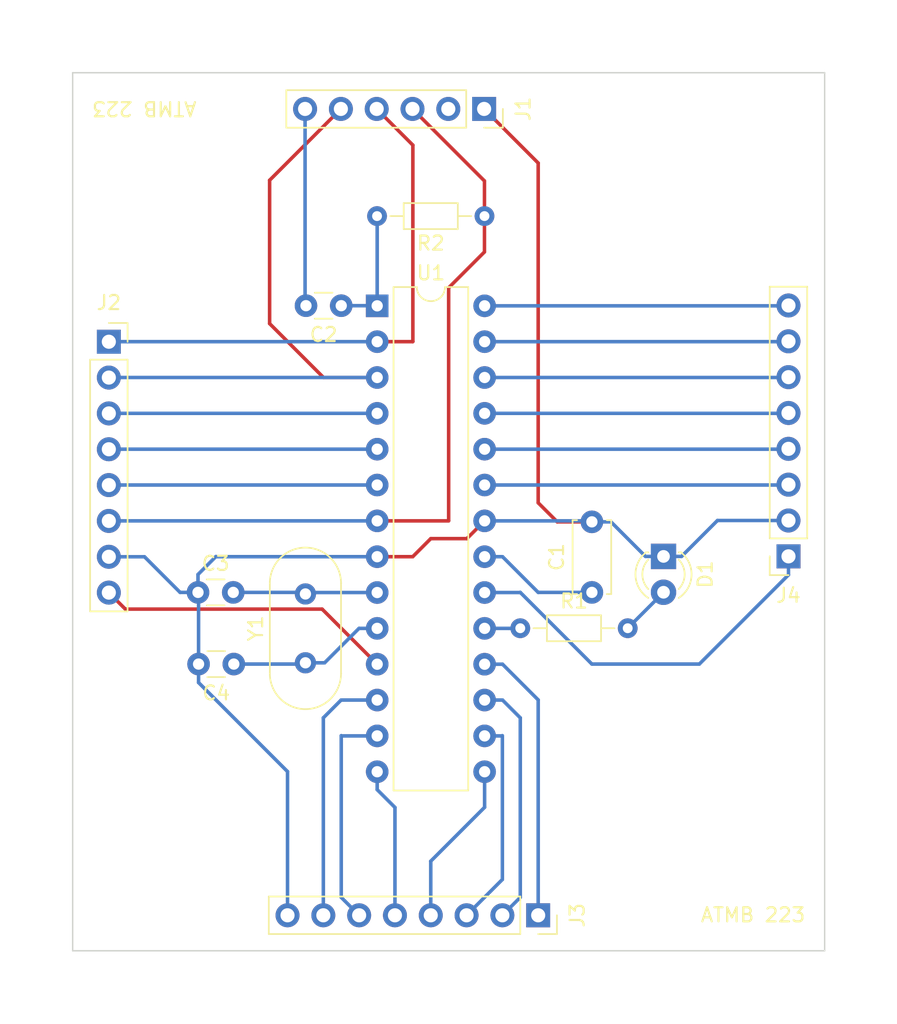
<source format=kicad_pcb>
(kicad_pcb (version 20211014) (generator pcbnew)
  (layers (0 "F.Cu" signal) (31 "B.Cu" signal) (34 "B.Paste" user) (35 "F.Paste" user) (36 "B.SilkS" user "B.Silkscreen") (37 "F.SilkS" user "F.Silkscreen") (38 "B.Mask" user) (39 "F.Mask" user) (44 "Edge.Cuts" user))
  (net 0 "")
  (net 1 "Net-(U1-Pad21)")
  (net 2 "Net-(U1-Pad22)")
  (net 3 "Net-(U1-Pad1)")
  (net 4 "Net-(C2-Pad2)")
  (net 5 "Net-(U1-Pad9)")
  (net 6 "Net-(U1-Pad10)")
  (net 7 "Net-(D1-Pad2)")
  (net 9 "Net-(U1-Pad2)")
  (net 10 "Net-(U1-Pad3)")
  (net 11 "Net-(U1-Pad4)")
  (net 12 "Net-(U1-Pad5)")
  (net 13 "Net-(U1-Pad6)")
  (net 14 "Net-(U1-Pad11)")
  (net 15 "Net-(U1-Pad18)")
  (net 16 "Net-(U1-Pad17)")
  (net 17 "Net-(U1-Pad16)")
  (net 18 "Net-(U1-Pad15)")
  (net 19 "Net-(U1-Pad14)")
  (net 20 "Net-(U1-Pad13)")
  (net 21 "Net-(U1-Pad12)")
  (net 22 "Net-(U1-Pad20)")
  (net 23 "Net-(U1-Pad23)")
  (net 24 "Net-(U1-Pad24)")
  (net 25 "Net-(U1-Pad25)")
  (net 26 "Net-(U1-Pad26)")
  (net 27 "Net-(U1-Pad27)")
  (net 28 "Net-(U1-Pad28)")
  (net 29 "Net-(U1-Pad19)")
  (net 30 "Net-(R2-Pad1)")
  (footprint "Connector_PinSocket_2.54mm:PinSocket_1x06_P2.54mm_Vertical" (layer "F.Cu") (at 199.365 80.035 -90)
    (fp_text reference "J1" (at 0 -2.77 90) (layer "F.SilkS"))
    (fp_text value "Conn_01x06_Female")
    (fp_line (start 1.33 1.27) (end 1.33 14.03) (layer "F.SilkS") (width 0.12))
    (fp_line (start 1.33 -1.33) (end 1.33 0) (layer "F.SilkS") (width 0.12))
    (fp_line (start 0 -1.33) (end 1.33 -1.33) (layer "F.SilkS") (width 0.12))
    (fp_line (start -1.33 1.27) (end 1.33 1.27) (layer "F.SilkS") (width 0.12))
    (fp_line (start -1.33 1.27) (end -1.33 14.03) (layer "F.SilkS") (width 0.12))
    (fp_line (start -1.33 14.03) (end 1.33 14.03) (layer "F.SilkS") (width 0.12))
    (pad "1" thru_hole rect locked (at 0 0 270) (size 1.7 1.7) (drill 1) (layers *.Cu *.Mask) (net 2 "Net-(U1-Pad22)"))
    (pad "2" thru_hole oval locked (at 0 2.54 270) (size 1.7 1.7) (drill 1) (layers *.Cu *.Mask))
    (pad "3" thru_hole oval locked (at 0 5.08 270) (size 1.7 1.7) (drill 1) (layers *.Cu *.Mask) (net 30 "Net-(R2-Pad1)"))
    (pad "4" thru_hole oval locked (at 0 7.62 270) (size 1.7 1.7) (drill 1) (layers *.Cu *.Mask) (net 9 "Net-(U1-Pad2)"))
    (pad "5" thru_hole oval locked (at 0 10.16 270) (size 1.7 1.7) (drill 1) (layers *.Cu *.Mask) (net 10 "Net-(U1-Pad3)"))
    (pad "6" thru_hole oval locked (at 0 12.7 270) (size 1.7 1.7) (drill 1) (layers *.Cu *.Mask) (net 4 "Net-(C2-Pad2)"))
  )
  (footprint "Resistor_THT:R_Axial_DIN0204_L3.6mm_D1.6mm_P7.62mm_Horizontal" (layer "F.Cu") (at 201.93 116.84)
    (fp_text reference "R1" (at 3.81 -1.92) (layer "F.SilkS"))
    (fp_text value "330")
    (fp_line (start 1.89 0.92) (end 5.73 0.92) (layer "F.SilkS") (width 0.12))
    (fp_line (start 5.73 -0.92) (end 1.89 -0.92) (layer "F.SilkS") (width 0.12))
    (fp_line (start 1.89 -0.92) (end 1.89 0.92) (layer "F.SilkS") (width 0.12))
    (fp_line (start 5.73 0.92) (end 5.73 -0.92) (layer "F.SilkS") (width 0.12))
    (fp_line (start 0.94 0) (end 1.89 0) (layer "F.SilkS") (width 0.12))
    (fp_line (start 6.68 0) (end 5.73 0) (layer "F.SilkS") (width 0.12))
    (pad "1" thru_hole circle locked (at 0 0) (size 1.4 1.4) (drill 0.7) (layers *.Cu *.Mask) (net 29 "Net-(U1-Pad19)"))
    (pad "2" thru_hole oval locked (at 7.62 0) (size 1.4 1.4) (drill 0.7) (layers *.Cu *.Mask) (net 7 "Net-(D1-Pad2)"))
  )
  (footprint "LED_THT:LED_D3.0mm" (layer "F.Cu") (at 212.09 111.75 -90)
    (fp_text reference "D1" (at 1.27 -2.96 -90) (layer "F.SilkS"))
    (fp_text value "LED")
    (fp_line (start -0.29 -1.236) (end -0.29 -1.08) (layer "F.SilkS") (width 0.12))
    (fp_line (start -0.29 1.08) (end -0.29 1.236) (layer "F.SilkS") (width 0.12))
    (fp_arc (start -0.29 -1.235516) (mid 1.366487 -1.987659) (end 2.942335 -1.078608) (layer "F.SilkS") (width 0.12))
    (fp_arc (start 2.31113 1.079837) (mid 1.270117 1.5) (end 0.229039 1.08) (layer "F.SilkS") (width 0.12))
    (fp_arc (start 0.229039 -1.08) (mid 1.270117 -1.5) (end 2.31113 -1.079837) (layer "F.SilkS") (width 0.12))
    (fp_arc (start 2.942335 1.078608) (mid 1.366487 1.987659) (end -0.29 1.235516) (layer "F.SilkS") (width 0.12))
    (pad "1" thru_hole rect locked (at 0 0 270) (size 1.8 1.8) (drill 0.9) (layers *.Cu *.Mask) (net 2 "Net-(U1-Pad22)"))
    (pad "2" thru_hole circle locked (at 2.54 0 270) (size 1.8 1.8) (drill 0.9) (layers *.Cu *.Mask) (net 7 "Net-(D1-Pad2)"))
  )
  (footprint "Connector_PinSocket_2.54mm:PinSocket_1x08_P2.54mm_Vertical" (layer "F.Cu") (at 203.2 137.185 -90)
    (fp_text reference "J3" (at 0 -2.77 90) (layer "F.SilkS"))
    (fp_text value "Conn_01x08_Female")
    (fp_line (start -1.33 1.27) (end 1.33 1.27) (layer "F.SilkS") (width 0.12))
    (fp_line (start 1.33 -1.33) (end 1.33 0) (layer "F.SilkS") (width 0.12))
    (fp_line (start 0 -1.33) (end 1.33 -1.33) (layer "F.SilkS") (width 0.12))
    (fp_line (start -1.33 1.27) (end -1.33 19.11) (layer "F.SilkS") (width 0.12))
    (fp_line (start -1.33 19.11) (end 1.33 19.11) (layer "F.SilkS") (width 0.12))
    (fp_line (start 1.33 1.27) (end 1.33 19.11) (layer "F.SilkS") (width 0.12))
    (pad "1" thru_hole rect locked (at 0 0 270) (size 1.7 1.7) (drill 1) (layers *.Cu *.Mask) (net 15 "Net-(U1-Pad18)"))
    (pad "2" thru_hole oval locked (at 0 2.54 270) (size 1.7 1.7) (drill 1) (layers *.Cu *.Mask) (net 16 "Net-(U1-Pad17)"))
    (pad "3" thru_hole oval locked (at 0 5.08 270) (size 1.7 1.7) (drill 1) (layers *.Cu *.Mask) (net 17 "Net-(U1-Pad16)"))
    (pad "4" thru_hole oval locked (at 0 7.62 270) (size 1.7 1.7) (drill 1) (layers *.Cu *.Mask) (net 18 "Net-(U1-Pad15)"))
    (pad "5" thru_hole oval locked (at 0 10.16 270) (size 1.7 1.7) (drill 1) (layers *.Cu *.Mask) (net 19 "Net-(U1-Pad14)"))
    (pad "6" thru_hole oval locked (at 0 12.7 270) (size 1.7 1.7) (drill 1) (layers *.Cu *.Mask) (net 20 "Net-(U1-Pad13)"))
    (pad "7" thru_hole oval locked (at 0 15.24 270) (size 1.7 1.7) (drill 1) (layers *.Cu *.Mask) (net 21 "Net-(U1-Pad12)"))
    (pad "8" thru_hole oval locked (at 0 17.78 270) (size 1.7 1.7) (drill 1) (layers *.Cu *.Mask) (net 2 "Net-(U1-Pad22)"))
  )
  (footprint "Connector_PinSocket_2.54mm:PinSocket_1x08_P2.54mm_Vertical" (layer "F.Cu") (at 220.955 111.745 180)
    (fp_text reference "J4" (at 0 -2.77) (layer "F.SilkS"))
    (fp_text value "Conn_01x08_Female")
    (fp_line (start -1.33 1.27) (end -1.33 19.11) (layer "F.SilkS") (width 0.12))
    (fp_line (start 1.33 -1.33) (end 1.33 0) (layer "F.SilkS") (width 0.12))
    (fp_line (start 0 -1.33) (end 1.33 -1.33) (layer "F.SilkS") (width 0.12))
    (fp_line (start -1.33 1.27) (end 1.33 1.27) (layer "F.SilkS") (width 0.12))
    (fp_line (start -1.33 19.11) (end 1.33 19.11) (layer "F.SilkS") (width 0.12))
    (fp_line (start 1.33 1.27) (end 1.33 19.11) (layer "F.SilkS") (width 0.12))
    (pad "1" thru_hole rect locked (at 0 0 180) (size 1.7 1.7) (drill 1) (layers *.Cu *.Mask) (net 22 "Net-(U1-Pad20)"))
    (pad "2" thru_hole oval locked (at 0 2.54 180) (size 1.7 1.7) (drill 1) (layers *.Cu *.Mask) (net 2 "Net-(U1-Pad22)"))
    (pad "3" thru_hole oval locked (at 0 5.08 180) (size 1.7 1.7) (drill 1) (layers *.Cu *.Mask) (net 23 "Net-(U1-Pad23)"))
    (pad "4" thru_hole oval locked (at 0 7.62 180) (size 1.7 1.7) (drill 1) (layers *.Cu *.Mask) (net 24 "Net-(U1-Pad24)"))
    (pad "5" thru_hole oval locked (at 0 10.16 180) (size 1.7 1.7) (drill 1) (layers *.Cu *.Mask) (net 25 "Net-(U1-Pad25)"))
    (pad "6" thru_hole oval locked (at 0 12.7 180) (size 1.7 1.7) (drill 1) (layers *.Cu *.Mask) (net 26 "Net-(U1-Pad26)"))
    (pad "7" thru_hole oval locked (at 0 15.24 180) (size 1.7 1.7) (drill 1) (layers *.Cu *.Mask) (net 27 "Net-(U1-Pad27)"))
    (pad "8" thru_hole oval locked (at 0 17.78 180) (size 1.7 1.7) (drill 1) (layers *.Cu *.Mask) (net 28 "Net-(U1-Pad28)"))
  )
  (footprint "Connector_PinSocket_2.54mm:PinSocket_1x08_P2.54mm_Vertical" (layer "F.Cu") (at 172.745 96.535)
    (fp_text reference "J2" (at 0 -2.77) (layer "F.SilkS"))
    (fp_text value "Conn_01x08_Female")
    (fp_line (start 1.33 -1.33) (end 1.33 0) (layer "F.SilkS") (width 0.12))
    (fp_line (start -1.33 19.11) (end 1.33 19.11) (layer "F.SilkS") (width 0.12))
    (fp_line (start 1.33 1.27) (end 1.33 19.11) (layer "F.SilkS") (width 0.12))
    (fp_line (start -1.33 1.27) (end -1.33 19.11) (layer "F.SilkS") (width 0.12))
    (fp_line (start 0 -1.33) (end 1.33 -1.33) (layer "F.SilkS") (width 0.12))
    (fp_line (start -1.33 1.27) (end 1.33 1.27) (layer "F.SilkS") (width 0.12))
    (pad "1" thru_hole rect locked (at 0 0) (size 1.7 1.7) (drill 1) (layers *.Cu *.Mask) (net 9 "Net-(U1-Pad2)"))
    (pad "2" thru_hole oval locked (at 0 2.54) (size 1.7 1.7) (drill 1) (layers *.Cu *.Mask) (net 10 "Net-(U1-Pad3)"))
    (pad "3" thru_hole oval locked (at 0 5.08) (size 1.7 1.7) (drill 1) (layers *.Cu *.Mask) (net 11 "Net-(U1-Pad4)"))
    (pad "4" thru_hole oval locked (at 0 7.62) (size 1.7 1.7) (drill 1) (layers *.Cu *.Mask) (net 12 "Net-(U1-Pad5)"))
    (pad "5" thru_hole oval locked (at 0 10.16) (size 1.7 1.7) (drill 1) (layers *.Cu *.Mask) (net 13 "Net-(U1-Pad6)"))
    (pad "6" thru_hole oval locked (at 0 12.7) (size 1.7 1.7) (drill 1) (layers *.Cu *.Mask) (net 30 "Net-(R2-Pad1)"))
    (pad "7" thru_hole oval locked (at 0 15.24) (size 1.7 1.7) (drill 1) (layers *.Cu *.Mask) (net 2 "Net-(U1-Pad22)"))
    (pad "8" thru_hole oval locked (at 0 17.78) (size 1.7 1.7) (drill 1) (layers *.Cu *.Mask) (net 14 "Net-(U1-Pad11)"))
  )
  (footprint "Resistor_THT:R_Axial_DIN0204_L3.6mm_D1.6mm_P7.62mm_Horizontal" (layer "F.Cu") (at 199.39 87.63 180)
    (fp_text reference "R2" (at 3.81 -1.92) (layer "F.SilkS"))
    (fp_text value "10k")
    (fp_line (start 6.68 0) (end 5.73 0) (layer "F.SilkS") (width 0.12))
    (fp_line (start 1.89 -0.92) (end 1.89 0.92) (layer "F.SilkS") (width 0.12))
    (fp_line (start 5.73 -0.92) (end 1.89 -0.92) (layer "F.SilkS") (width 0.12))
    (fp_line (start 1.89 0.92) (end 5.73 0.92) (layer "F.SilkS") (width 0.12))
    (fp_line (start 0.94 0) (end 1.89 0) (layer "F.SilkS") (width 0.12))
    (fp_line (start 5.73 0.92) (end 5.73 -0.92) (layer "F.SilkS") (width 0.12))
    (pad "1" thru_hole circle locked (at 0 0 180) (size 1.4 1.4) (drill 0.7) (layers *.Cu *.Mask) (net 30 "Net-(R2-Pad1)"))
    (pad "2" thru_hole oval locked (at 7.62 0 180) (size 1.4 1.4) (drill 0.7) (layers *.Cu *.Mask) (net 3 "Net-(U1-Pad1)"))
  )
  (footprint "Capacitor_THT:C_Disc_D5.0mm_W2.5mm_P5.00mm" (layer "F.Cu") (at 207.01 114.3 90)
    (fp_text reference "C1" (at 2.5 -2.5 90) (layer "F.SilkS"))
    (fp_text value "100nF")
    (fp_line (start -0.12 -1.37) (end -0.12 -1.055) (layer "F.SilkS") (width 0.12))
    (fp_line (start -0.12 1.37) (end 5.12 1.37) (layer "F.SilkS") (width 0.12))
    (fp_line (start -0.12 1.055) (end -0.12 1.37) (layer "F.SilkS") (width 0.12))
    (fp_line (start 5.12 1.055) (end 5.12 1.37) (layer "F.SilkS") (width 0.12))
    (fp_line (start -0.12 -1.37) (end 5.12 -1.37) (layer "F.SilkS") (width 0.12))
    (fp_line (start 5.12 -1.37) (end 5.12 -1.055) (layer "F.SilkS") (width 0.12))
    (pad "1" thru_hole circle locked (at 0 0 90) (size 1.6 1.6) (drill 0.8) (layers *.Cu *.Mask) (net 1 "Net-(U1-Pad21)"))
    (pad "2" thru_hole circle locked (at 5 0 90) (size 1.6 1.6) (drill 0.8) (layers *.Cu *.Mask) (net 2 "Net-(U1-Pad22)"))
  )
  (footprint "Package_DIP:DIP-28_W7.62mm" (layer "F.Cu") (at 191.78 93.99)
    (fp_text reference "U1" (at 3.81 -2.33) (layer "F.SilkS"))
    (fp_text value "ATmega328P-P")
    (fp_line (start 6.46 34.35) (end 6.46 -1.33) (layer "F.SilkS") (width 0.12))
    (fp_line (start 1.16 34.35) (end 6.46 34.35) (layer "F.SilkS") (width 0.12))
    (fp_line (start 2.81 -1.33) (end 1.16 -1.33) (layer "F.SilkS") (width 0.12))
    (fp_line (start 6.46 -1.33) (end 4.81 -1.33) (layer "F.SilkS") (width 0.12))
    (fp_line (start 1.16 -1.33) (end 1.16 34.35) (layer "F.SilkS") (width 0.12))
    (fp_arc (start 4.81 -1.33) (mid 3.81 -0.33) (end 2.81 -1.33) (layer "F.SilkS") (width 0.12))
    (pad "1" thru_hole rect locked (at 0 0) (size 1.6 1.6) (drill 0.8) (layers *.Cu *.Mask) (net 3 "Net-(U1-Pad1)"))
    (pad "2" thru_hole oval locked (at 0 2.54) (size 1.6 1.6) (drill 0.8) (layers *.Cu *.Mask) (net 9 "Net-(U1-Pad2)"))
    (pad "3" thru_hole oval locked (at 0 5.08) (size 1.6 1.6) (drill 0.8) (layers *.Cu *.Mask) (net 10 "Net-(U1-Pad3)"))
    (pad "4" thru_hole oval locked (at 0 7.62) (size 1.6 1.6) (drill 0.8) (layers *.Cu *.Mask) (net 11 "Net-(U1-Pad4)"))
    (pad "5" thru_hole oval locked (at 0 10.16) (size 1.6 1.6) (drill 0.8) (layers *.Cu *.Mask) (net 12 "Net-(U1-Pad5)"))
    (pad "6" thru_hole oval locked (at 0 12.7) (size 1.6 1.6) (drill 0.8) (layers *.Cu *.Mask) (net 13 "Net-(U1-Pad6)"))
    (pad "7" thru_hole oval locked (at 0 15.24) (size 1.6 1.6) (drill 0.8) (layers *.Cu *.Mask) (net 30 "Net-(R2-Pad1)"))
    (pad "8" thru_hole oval locked (at 0 17.78) (size 1.6 1.6) (drill 0.8) (layers *.Cu *.Mask) (net 2 "Net-(U1-Pad22)"))
    (pad "9" thru_hole oval locked (at 0 20.32) (size 1.6 1.6) (drill 0.8) (layers *.Cu *.Mask) (net 5 "Net-(U1-Pad9)"))
    (pad "10" thru_hole oval locked (at 0 22.86) (size 1.6 1.6) (drill 0.8) (layers *.Cu *.Mask) (net 6 "Net-(U1-Pad10)"))
    (pad "11" thru_hole oval locked (at 0 25.4) (size 1.6 1.6) (drill 0.8) (layers *.Cu *.Mask) (net 14 "Net-(U1-Pad11)"))
    (pad "12" thru_hole oval locked (at 0 27.94) (size 1.6 1.6) (drill 0.8) (layers *.Cu *.Mask) (net 21 "Net-(U1-Pad12)"))
    (pad "13" thru_hole oval locked (at 0 30.48) (size 1.6 1.6) (drill 0.8) (layers *.Cu *.Mask) (net 20 "Net-(U1-Pad13)"))
    (pad "14" thru_hole oval locked (at 0 33.02) (size 1.6 1.6) (drill 0.8) (layers *.Cu *.Mask) (net 19 "Net-(U1-Pad14)"))
    (pad "15" thru_hole oval locked (at 7.62 33.02) (size 1.6 1.6) (drill 0.8) (layers *.Cu *.Mask) (net 18 "Net-(U1-Pad15)"))
    (pad "16" thru_hole oval locked (at 7.62 30.48) (size 1.6 1.6) (drill 0.8) (layers *.Cu *.Mask) (net 17 "Net-(U1-Pad16)"))
    (pad "17" thru_hole oval locked (at 7.62 27.94) (size 1.6 1.6) (drill 0.8) (layers *.Cu *.Mask) (net 16 "Net-(U1-Pad17)"))
    (pad "18" thru_hole oval locked (at 7.62 25.4) (size 1.6 1.6) (drill 0.8) (layers *.Cu *.Mask) (net 15 "Net-(U1-Pad18)"))
    (pad "19" thru_hole oval locked (at 7.62 22.86) (size 1.6 1.6) (drill 0.8) (layers *.Cu *.Mask) (net 29 "Net-(U1-Pad19)"))
    (pad "20" thru_hole oval locked (at 7.62 20.32) (size 1.6 1.6) (drill 0.8) (layers *.Cu *.Mask) (net 22 "Net-(U1-Pad20)"))
    (pad "21" thru_hole oval locked (at 7.62 17.78) (size 1.6 1.6) (drill 0.8) (layers *.Cu *.Mask) (net 1 "Net-(U1-Pad21)"))
    (pad "22" thru_hole oval locked (at 7.62 15.24) (size 1.6 1.6) (drill 0.8) (layers *.Cu *.Mask) (net 2 "Net-(U1-Pad22)"))
    (pad "23" thru_hole oval locked (at 7.62 12.7) (size 1.6 1.6) (drill 0.8) (layers *.Cu *.Mask) (net 23 "Net-(U1-Pad23)"))
    (pad "24" thru_hole oval locked (at 7.62 10.16) (size 1.6 1.6) (drill 0.8) (layers *.Cu *.Mask) (net 24 "Net-(U1-Pad24)"))
    (pad "25" thru_hole oval locked (at 7.62 7.62) (size 1.6 1.6) (drill 0.8) (layers *.Cu *.Mask) (net 25 "Net-(U1-Pad25)"))
    (pad "26" thru_hole oval locked (at 7.62 5.08) (size 1.6 1.6) (drill 0.8) (layers *.Cu *.Mask) (net 26 "Net-(U1-Pad26)"))
    (pad "27" thru_hole oval locked (at 7.62 2.54) (size 1.6 1.6) (drill 0.8) (layers *.Cu *.Mask) (net 27 "Net-(U1-Pad27)"))
    (pad "28" thru_hole oval locked (at 7.62 0) (size 1.6 1.6) (drill 0.8) (layers *.Cu *.Mask) (net 28 "Net-(U1-Pad28)"))
  )
  (footprint "Capacitor_THT:C_Disc_D3.0mm_W1.6mm_P2.50mm" (layer "F.Cu") (at 179.07 114.3)
    (fp_text reference "C3" (at 1.25 -2.05) (layer "F.SilkS"))
    (fp_text value "22pF")
    (fp_line (start 0.621 -0.92) (end 1.879 -0.92) (layer "F.SilkS") (width 0.12))
    (fp_line (start 0.621 0.92) (end 1.879 0.92) (layer "F.SilkS") (width 0.12))
    (pad "1" thru_hole circle locked (at 0 0) (size 1.6 1.6) (drill 0.8) (layers *.Cu *.Mask) (net 2 "Net-(U1-Pad22)"))
    (pad "2" thru_hole circle locked (at 2.5 0) (size 1.6 1.6) (drill 0.8) (layers *.Cu *.Mask) (net 5 "Net-(U1-Pad9)"))
  )
  (footprint "Crystal:Crystal_HC49-4H_Vertical" (layer "F.Cu") (at 186.69 119.29 90)
    (fp_text reference "Y1" (at 2.44 -3.525 90) (layer "F.SilkS"))
    (fp_text value "16MHz")
    (fp_line (start -0.76 2.525) (end 5.64 2.525) (layer "F.SilkS") (width 0.12))
    (fp_line (start -0.76 -2.525) (end 5.64 -2.525) (layer "F.SilkS") (width 0.12))
    (fp_arc (start 5.64 -2.525) (mid 8.165 0) (end 5.64 2.525) (layer "F.SilkS") (width 0.12))
    (fp_arc (start -0.76 2.525) (mid -3.285 0) (end -0.76 -2.525) (layer "F.SilkS") (width 0.12))
    (pad "1" thru_hole circle locked (at 0 0 90) (size 1.5 1.5) (drill 0.8) (layers *.Cu *.Mask) (net 6 "Net-(U1-Pad10)"))
    (pad "2" thru_hole circle locked (at 4.88 0 90) (size 1.5 1.5) (drill 0.8) (layers *.Cu *.Mask) (net 5 "Net-(U1-Pad9)"))
  )
  (footprint "Capacitor_THT:C_Disc_D3.0mm_W1.6mm_P2.50mm" (layer "F.Cu") (at 189.23 93.98 180)
    (fp_text reference "C2" (at 1.25 -2.05) (layer "F.SilkS"))
    (fp_text value "100nF")
    (fp_line (start 0.621 -0.92) (end 1.879 -0.92) (layer "F.SilkS") (width 0.12))
    (fp_line (start 0.621 0.92) (end 1.879 0.92) (layer "F.SilkS") (width 0.12))
    (pad "1" thru_hole circle locked (at 0 0 180) (size 1.6 1.6) (drill 0.8) (layers *.Cu *.Mask) (net 3 "Net-(U1-Pad1)"))
    (pad "2" thru_hole circle locked (at 2.5 0 180) (size 1.6 1.6) (drill 0.8) (layers *.Cu *.Mask) (net 4 "Net-(C2-Pad2)"))
  )
  (footprint "Capacitor_THT:C_Disc_D3.0mm_W1.6mm_P2.50mm" (layer "F.Cu") (at 181.61 119.38 180)
    (fp_text reference "C4" (at 1.25 -2.05 180) (layer "F.SilkS"))
    (fp_text value "22pF")
    (fp_line (start 0.621 0.92) (end 1.879 0.92) (layer "F.SilkS") (width 0.12))
    (fp_line (start 0.621 -0.92) (end 1.879 -0.92) (layer "F.SilkS") (width 0.12))
    (pad "1" thru_hole circle locked (at 0 0 180) (size 1.6 1.6) (drill 0.8) (layers *.Cu *.Mask) (net 6 "Net-(U1-Pad10)"))
    (pad "2" thru_hole circle locked (at 2.5 0 180) (size 1.6 1.6) (drill 0.8) (layers *.Cu *.Mask) (net 2 "Net-(U1-Pad22)"))
  )
  (gr_line (start 170.18 77.47) (end 223.52 77.47) (layer "Edge.Cuts") (width 0.1))
  (gr_line (start 223.52 139.7) (end 170.18 139.7) (layer "Edge.Cuts") (width 0.1))
  (gr_line (start 223.52 77.47) (end 223.52 139.7) (layer "Edge.Cuts") (width 0.1))
  (gr_line (start 170.18 139.7) (end 170.18 77.47) (layer "Edge.Cuts") (width 0.1))
  (gr_text "ATMB 223" (at 175.26 80.01 180) (layer "F.SilkS") (effects (font (size 1 1))))
  (gr_text "ATMB 223" (at 218.44 137.16) (layer "F.SilkS") (effects (font (size 1 1))))
  (segment (start 199.4 111.77) (end 200.67 111.77) (width 0.25) (layer "B.Cu") (net 1))
  (segment (start 203.2 114.3) (end 207.01 114.3) (width 0.25) (layer "B.Cu") (net 1))
  (segment (start 200.67 111.77) (end 203.2 114.3) (width 0.25) (layer "B.Cu") (net 1))
  (segment (start 203.2 83.87) (end 203.2 107.95) (width 0.25) (layer "F.Cu") (net 2))
  (segment (start 191.78 111.77) (end 194.3 111.77) (width 0.25) (layer "F.Cu") (net 2))
  (segment (start 199.365 80.035) (end 203.2 83.87) (width 0.25) (layer "F.Cu") (net 2))
  (segment (start 194.3 111.77) (end 195.58 110.49) (width 0.25) (layer "F.Cu") (net 2))
  (segment (start 203.2 107.95) (end 204.55 109.3) (width 0.25) (layer "F.Cu") (net 2))
  (segment (start 204.55 109.3) (end 207.01 109.3) (width 0.25) (layer "F.Cu") (net 2))
  (segment (start 195.58 110.49) (end 198.14 110.49) (width 0.25) (layer "F.Cu") (net 2))
  (segment (start 198.14 110.49) (end 199.4 109.23) (width 0.25) (layer "F.Cu") (net 2))
  (segment (start 179.11 119.38) (end 179.11 120.69) (width 0.25) (layer "B.Cu") (net 2))
  (segment (start 212.09 111.75) (end 213.37 111.75) (width 0.25) (layer "B.Cu") (net 2))
  (segment (start 208.36 109.3) (end 207.01 109.3) (width 0.25) (layer "B.Cu") (net 2))
  (segment (start 212.09 111.75) (end 210.81 111.75) (width 0.25) (layer "B.Cu") (net 2))
  (segment (start 179.11 114.34) (end 179.07 114.3) (width 0.25) (layer "B.Cu") (net 2))
  (segment (start 179.07 113.03) (end 180.34 111.76) (width 0.25) (layer "B.Cu") (net 2))
  (segment (start 180.34 111.76) (end 180.35 111.77) (width 0.25) (layer "B.Cu") (net 2))
  (segment (start 177.8 114.3) (end 175.275 111.775) (width 0.25) (layer "B.Cu") (net 2))
  (segment (start 179.07 114.3) (end 179.07 113.03) (width 0.25) (layer "B.Cu") (net 2))
  (segment (start 175.275 111.775) (end 172.745 111.775) (width 0.25) (layer "B.Cu") (net 2))
  (segment (start 185.42 127) (end 185.42 137.185) (width 0.25) (layer "B.Cu") (net 2))
  (segment (start 179.11 119.38) (end 179.11 114.34) (width 0.25) (layer "B.Cu") (net 2))
  (segment (start 179.07 114.3) (end 177.8 114.3) (width 0.25) (layer "B.Cu") (net 2))
  (segment (start 180.35 111.77) (end 191.78 111.77) (width 0.25) (layer "B.Cu") (net 2))
  (segment (start 210.81 111.75) (end 208.36 109.3) (width 0.25) (layer "B.Cu") (net 2))
  (segment (start 215.915 109.205) (end 220.955 109.205) (width 0.25) (layer "B.Cu") (net 2))
  (segment (start 199.4 109.23) (end 206.94 109.23) (width 0.25) (layer "B.Cu") (net 2))
  (segment (start 213.37 111.75) (end 215.915 109.205) (width 0.25) (layer "B.Cu") (net 2))
  (segment (start 206.94 109.23) (end 207.01 109.3) (width 0.25) (layer "B.Cu") (net 2))
  (segment (start 179.11 120.69) (end 185.42 127) (width 0.25) (layer "B.Cu") (net 2))
  (segment (start 191.78 87.64) (end 191.77 87.63) (width 0.25) (layer "B.Cu") (net 3))
  (segment (start 191.78 93.99) (end 191.78 87.64) (width 0.25) (layer "B.Cu") (net 3))
  (segment (start 189.23 93.98) (end 191.77 93.98) (width 0.25) (layer "B.Cu") (net 3))
  (segment (start 191.77 93.98) (end 191.78 93.99) (width 0.25) (layer "B.Cu") (net 3))
  (segment (start 186.665 80.035) (end 186.665 93.915) (width 0.25) (layer "B.Cu") (net 4))
  (segment (start 186.665 93.915) (end 186.73 93.98) (width 0.25) (layer "B.Cu") (net 4))
  (segment (start 181.57 114.3) (end 186.58 114.3) (width 0.25) (layer "B.Cu") (net 5))
  (segment (start 186.79 114.31) (end 186.69 114.41) (width 0.25) (layer "B.Cu") (net 5))
  (segment (start 191.78 114.31) (end 186.79 114.31) (width 0.25) (layer "B.Cu") (net 5))
  (segment (start 186.58 114.3) (end 186.69 114.41) (width 0.25) (layer "B.Cu") (net 5))
  (segment (start 186.69 119.29) (end 188.05 119.29) (width 0.25) (layer "B.Cu") (net 6))
  (segment (start 181.61 119.38) (end 186.6 119.38) (width 0.25) (layer "B.Cu") (net 6))
  (segment (start 188.05 119.29) (end 190.49 116.85) (width 0.25) (layer "B.Cu") (net 6))
  (segment (start 190.49 116.85) (end 191.78 116.85) (width 0.25) (layer "B.Cu") (net 6))
  (segment (start 186.6 119.38) (end 186.69 119.29) (width 0.25) (layer "B.Cu") (net 6))
  (segment (start 209.55 116.84) (end 212.09 114.3) (width 0.25) (layer "B.Cu") (net 7))
  (segment (start 212.09 114.3) (end 212.09 114.29) (width 0.25) (layer "B.Cu") (net 7))
  (segment (start 194.31 96.52) (end 194.3 96.53) (width 0.25) (layer "F.Cu") (net 9))
  (segment (start 191.745 80.035) (end 194.31 82.6) (width 0.25) (layer "F.Cu") (net 9))
  (segment (start 194.3 96.53) (end 191.78 96.53) (width 0.25) (layer "F.Cu") (net 9))
  (segment (start 194.31 82.6) (end 194.31 96.52) (width 0.25) (layer "F.Cu") (net 9))
  (segment (start 191.78 96.53) (end 172.75 96.53) (width 0.25) (layer "B.Cu") (net 9))
  (segment (start 172.75 96.53) (end 172.745 96.535) (width 0.25) (layer "B.Cu") (net 9))
  (segment (start 184.15 85.09) (end 184.15 95.25) (width 0.25) (layer "F.Cu") (net 10))
  (segment (start 189.205 80.035) (end 184.15 85.09) (width 0.25) (layer "F.Cu") (net 10))
  (segment (start 187.97 99.07) (end 191.78 99.07) (width 0.25) (layer "F.Cu") (net 10))
  (segment (start 184.15 95.25) (end 187.97 99.07) (width 0.25) (layer "F.Cu") (net 10))
  (segment (start 172.75 99.07) (end 172.745 99.075) (width 0.25) (layer "B.Cu") (net 10))
  (segment (start 191.78 99.07) (end 172.75 99.07) (width 0.25) (layer "B.Cu") (net 10))
  (segment (start 191.78 101.61) (end 172.75 101.61) (width 0.25) (layer "B.Cu") (net 11))
  (segment (start 172.75 101.61) (end 172.745 101.615) (width 0.25) (layer "B.Cu") (net 11))
  (segment (start 191.78 104.15) (end 172.75 104.15) (width 0.25) (layer "B.Cu") (net 12))
  (segment (start 172.75 104.15) (end 172.745 104.155) (width 0.25) (layer "B.Cu") (net 12))
  (segment (start 172.75 106.69) (end 172.745 106.695) (width 0.25) (layer "B.Cu") (net 13))
  (segment (start 191.78 106.69) (end 172.75 106.69) (width 0.25) (layer "B.Cu") (net 13))
  (segment (start 187.874511 115.484511) (end 191.78 119.39) (width 0.25) (layer "F.Cu") (net 14))
  (segment (start 173.914511 115.484511) (end 187.874511 115.484511) (width 0.25) (layer "F.Cu") (net 14))
  (segment (start 172.745 114.315) (end 173.914511 115.484511) (width 0.25) (layer "F.Cu") (net 14))
  (segment (start 199.4 119.39) (end 200.67 119.39) (width 0.25) (layer "B.Cu") (net 15))
  (segment (start 200.67 119.39) (end 203.2 121.92) (width 0.25) (layer "B.Cu") (net 15))
  (segment (start 203.2 121.92) (end 203.2 137.185) (width 0.25) (layer "B.Cu") (net 15))
  (segment (start 201.93 123.19) (end 201.93 135.915) (width 0.25) (layer "B.Cu") (net 16))
  (segment (start 199.4 121.93) (end 200.67 121.93) (width 0.25) (layer "B.Cu") (net 16))
  (segment (start 200.67 121.93) (end 201.93 123.19) (width 0.25) (layer "B.Cu") (net 16))
  (segment (start 201.93 135.915) (end 200.66 137.185) (width 0.25) (layer "B.Cu") (net 16))
  (segment (start 199.4 124.47) (end 200.65 124.47) (width 0.25) (layer "B.Cu") (net 17))
  (segment (start 200.66 124.46) (end 200.66 134.645) (width 0.25) (layer "B.Cu") (net 17))
  (segment (start 200.66 134.645) (end 198.12 137.185) (width 0.25) (layer "B.Cu") (net 17))
  (segment (start 200.65 124.47) (end 200.66 124.46) (width 0.25) (layer "B.Cu") (net 17))
  (segment (start 199.4 129.53) (end 195.58 133.35) (width 0.25) (layer "B.Cu") (net 18))
  (segment (start 195.58 133.35) (end 195.58 137.185) (width 0.25) (layer "B.Cu") (net 18))
  (segment (start 199.4 127.01) (end 199.4 129.53) (width 0.25) (layer "B.Cu") (net 18))
  (segment (start 191.78 128.28) (end 193.04 129.54) (width 0.25) (layer "B.Cu") (net 19))
  (segment (start 193.04 129.54) (end 193.04 137.185) (width 0.25) (layer "B.Cu") (net 19))
  (segment (start 191.78 127.01) (end 191.78 128.28) (width 0.25) (layer "B.Cu") (net 19))
  (segment (start 189.23 124.46) (end 189.23 135.915) (width 0.25) (layer "B.Cu") (net 20))
  (segment (start 189.24 124.47) (end 189.23 124.46) (width 0.25) (layer "B.Cu") (net 20))
  (segment (start 191.78 124.47) (end 189.24 124.47) (width 0.25) (layer "B.Cu") (net 20))
  (segment (start 189.23 135.915) (end 190.5 137.185) (width 0.25) (layer "B.Cu") (net 20))
  (segment (start 189.22 121.93) (end 187.96 123.19) (width 0.25) (layer "B.Cu") (net 21))
  (segment (start 191.78 121.93) (end 189.22 121.93) (width 0.25) (layer "B.Cu") (net 21))
  (segment (start 187.96 123.19) (end 187.96 137.185) (width 0.25) (layer "B.Cu") (net 21))
  (segment (start 201.92 114.31) (end 201.93 114.3) (width 0.25) (layer "B.Cu") (net 22))
  (segment (start 214.63 119.38) (end 220.955 113.055) (width 0.25) (layer "B.Cu") (net 22))
  (segment (start 220.955 113.055) (end 220.955 111.745) (width 0.25) (layer "B.Cu") (net 22))
  (segment (start 207.01 119.38) (end 214.63 119.38) (width 0.25) (layer "B.Cu") (net 22))
  (segment (start 201.93 114.3) (end 207.01 119.38) (width 0.25) (layer "B.Cu") (net 22))
  (segment (start 199.4 114.31) (end 201.92 114.31) (width 0.25) (layer "B.Cu") (net 22))
  (segment (start 220.93 106.69) (end 220.955 106.665) (width 0.25) (layer "B.Cu") (net 23))
  (segment (start 199.4 106.69) (end 220.93 106.69) (width 0.25) (layer "B.Cu") (net 23))
  (segment (start 220.93 104.15) (end 220.955 104.125) (width 0.25) (layer "B.Cu") (net 24))
  (segment (start 199.4 104.15) (end 220.93 104.15) (width 0.25) (layer "B.Cu") (net 24))
  (segment (start 220.93 101.61) (end 220.955 101.585) (width 0.25) (layer "B.Cu") (net 25))
  (segment (start 199.4 101.61) (end 220.93 101.61) (width 0.25) (layer "B.Cu") (net 25))
  (segment (start 220.93 99.07) (end 220.955 99.045) (width 0.25) (layer "B.Cu") (net 26))
  (segment (start 199.4 99.07) (end 220.93 99.07) (width 0.25) (layer "B.Cu") (net 26))
  (segment (start 199.4 96.53) (end 220.93 96.53) (width 0.25) (layer "B.Cu") (net 27))
  (segment (start 220.93 96.53) (end 220.955 96.505) (width 0.25) (layer "B.Cu") (net 27))
  (segment (start 199.4 93.99) (end 220.93 93.99) (width 0.25) (layer "B.Cu") (net 28))
  (segment (start 220.93 93.99) (end 220.955 93.965) (width 0.25) (layer "B.Cu") (net 28))
  (segment (start 201.92 116.85) (end 201.93 116.84) (width 0.25) (layer "B.Cu") (net 29))
  (segment (start 199.4 116.85) (end 201.92 116.85) (width 0.25) (layer "B.Cu") (net 29))
  (segment (start 199.39 85.14) (end 199.39 87.63) (width 0.25) (layer "F.Cu") (net 30))
  (segment (start 194.285 80.035) (end 199.39 85.14) (width 0.25) (layer "F.Cu") (net 30))
  (segment (start 196.85 92.71) (end 199.39 90.17) (width 0.25) (layer "F.Cu") (net 30))
  (segment (start 196.85 109.22) (end 196.85 92.71) (width 0.25) (layer "F.Cu") (net 30))
  (segment (start 199.39 90.17) (end 199.39 87.63) (width 0.25) (layer "F.Cu") (net 30))
  (segment (start 196.84 109.23) (end 196.85 109.22) (width 0.25) (layer "F.Cu") (net 30))
  (segment (start 191.78 109.23) (end 196.84 109.23) (width 0.25) (layer "F.Cu") (net 30))
  (segment (start 172.75 109.23) (end 172.745 109.235) (width 0.25) (layer "B.Cu") (net 30))
  (segment (start 191.78 109.23) (end 172.75 109.23) (width 0.25) (layer "B.Cu") (net 30))
)
</source>
